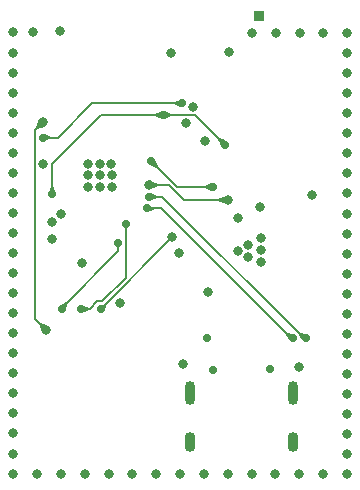
<source format=gbl>
%TF.GenerationSoftware,KiCad,Pcbnew,7.0.2-6a45011f42~172~ubuntu22.04.1*%
%TF.CreationDate,2023-05-14T19:46:31+02:00*%
%TF.ProjectId,PowerMeter,506f7765-724d-4657-9465-722e6b696361,rev?*%
%TF.SameCoordinates,Original*%
%TF.FileFunction,Copper,L4,Bot*%
%TF.FilePolarity,Positive*%
%FSLAX46Y46*%
G04 Gerber Fmt 4.6, Leading zero omitted, Abs format (unit mm)*
G04 Created by KiCad (PCBNEW 7.0.2-6a45011f42~172~ubuntu22.04.1) date 2023-05-14 19:46:31*
%MOMM*%
%LPD*%
G01*
G04 APERTURE LIST*
%TA.AperFunction,ComponentPad*%
%ADD10R,0.880000X0.880000*%
%TD*%
%TA.AperFunction,ComponentPad*%
%ADD11O,0.900000X2.000000*%
%TD*%
%TA.AperFunction,ComponentPad*%
%ADD12O,0.900000X1.700000*%
%TD*%
%TA.AperFunction,ViaPad*%
%ADD13C,0.800000*%
%TD*%
%TA.AperFunction,ViaPad*%
%ADD14C,0.700000*%
%TD*%
%TA.AperFunction,Conductor*%
%ADD15C,0.150000*%
%TD*%
%TA.AperFunction,Conductor*%
%ADD16C,0.200000*%
%TD*%
G04 APERTURE END LIST*
D10*
%TO.P,AE1,2*%
%TO.N,GND*%
X91670000Y-75740000D03*
%TD*%
D11*
%TO.P,J2,S1,SHIELD*%
%TO.N,unconnected-(J2-SHIELD-PadS1)*%
X85900000Y-107595000D03*
D12*
X85900000Y-111765000D03*
D11*
X94540000Y-107595000D03*
D12*
X94540000Y-111765000D03*
%TD*%
D13*
%TO.N,+3V3*%
X76750000Y-96600000D03*
%TO.N,Net-(D2-RK)*%
X84350000Y-94450000D03*
D14*
%TO.N,/CHIP_EN*%
X85200000Y-83100000D03*
X73400000Y-86000000D03*
%TO.N,/CHIP_BOOT*%
X83600000Y-84100000D03*
X74200000Y-90800000D03*
X88800000Y-86600000D03*
D13*
%TO.N,GND*%
X99150000Y-97522724D03*
X99150000Y-109406813D03*
X78250000Y-90150000D03*
X79220000Y-89200000D03*
X99150000Y-83940908D03*
X70900000Y-82193181D03*
X93096427Y-114450000D03*
X95114284Y-114450000D03*
X99150000Y-82243181D03*
X70900000Y-87286362D03*
X74950000Y-92450000D03*
X70900000Y-88984089D03*
X74935714Y-114450000D03*
X79950000Y-100000000D03*
X74150000Y-93150000D03*
X99150000Y-112802267D03*
X99150000Y-100918178D03*
X97132141Y-114450000D03*
X99150000Y-102615905D03*
X70900000Y-109356813D03*
X70900000Y-77100000D03*
X99150000Y-104313632D03*
X70900000Y-112752267D03*
X70900000Y-104263632D03*
X99150000Y-89034089D03*
X91096429Y-77150000D03*
X95050000Y-105400000D03*
X93114286Y-77150000D03*
X99150000Y-87336362D03*
X99150000Y-85638635D03*
X70900000Y-94077270D03*
X87042856Y-114450000D03*
X77220000Y-89200000D03*
X99150000Y-92429543D03*
X86091967Y-83425500D03*
X77200000Y-88200000D03*
X95132143Y-77150000D03*
X99150000Y-90731816D03*
X99150000Y-114450000D03*
X99150000Y-99220451D03*
X70900000Y-83890908D03*
X99150000Y-107709086D03*
X78220000Y-89200000D03*
X74200000Y-94550000D03*
X99150000Y-94127270D03*
X70900000Y-95774997D03*
X70900000Y-78797727D03*
X79250000Y-90150000D03*
X85024999Y-114450000D03*
X99150000Y-95824997D03*
X70900000Y-80495454D03*
X70900000Y-92379543D03*
X79200000Y-88200000D03*
X91800000Y-91850000D03*
X70900000Y-90681816D03*
X78200000Y-88200000D03*
X70900000Y-97472724D03*
X91078570Y-114450000D03*
X77250000Y-90150000D03*
X70900000Y-85588635D03*
X76953571Y-114450000D03*
X99150000Y-106011359D03*
X85250000Y-105200000D03*
X70900000Y-114450000D03*
X87100000Y-86300000D03*
X83007142Y-114450000D03*
X70900000Y-99170451D03*
X97150000Y-77150000D03*
X99150000Y-77150000D03*
X99150000Y-80545454D03*
X70900000Y-105961359D03*
X80989285Y-114450000D03*
X99150000Y-78847727D03*
X78971428Y-114450000D03*
X72550000Y-77100000D03*
X70900000Y-111054540D03*
X89900000Y-92850000D03*
X72917857Y-114450000D03*
X99150000Y-111104540D03*
X70900000Y-100868178D03*
X89060713Y-114450000D03*
X70900000Y-102565905D03*
X70900000Y-107659086D03*
D14*
%TO.N,+5VA*%
X87800000Y-105700000D03*
X87300000Y-103000000D03*
D13*
X87400000Y-99100000D03*
D14*
X92600000Y-105600000D03*
%TO.N,/XTAL_P*%
X87800000Y-90200000D03*
X82600000Y-88000000D03*
D13*
%TO.N,+3V3*%
X91900000Y-95500000D03*
X91900000Y-94500000D03*
X84950000Y-95800000D03*
X89200000Y-78750000D03*
X89900000Y-95600000D03*
X73449500Y-88200000D03*
X84250000Y-78800000D03*
X90800000Y-95100000D03*
X85500000Y-84800000D03*
X91900000Y-96500000D03*
X74850000Y-77000000D03*
X90800000Y-96100000D03*
X96200000Y-90900000D03*
%TO.N,/BLE_MODE*%
X82352012Y-89998123D03*
X89050000Y-91300000D03*
D14*
%TO.N,Net-(D2-GK)*%
X80400000Y-93350000D03*
X76600000Y-100500000D03*
%TO.N,Net-(D2-BK)*%
X79775500Y-94919011D03*
X75000000Y-100550000D03*
%TO.N,Net-(D2-RK)*%
X78300000Y-100500000D03*
%TO.N,/USB_D-_ESP*%
X94608411Y-102991589D03*
X82200000Y-92000000D03*
%TO.N,/USB_D+_ESP*%
X95700000Y-103000000D03*
X82400000Y-91000000D03*
D13*
%TO.N,/CURRENT_SENSE*%
X73400000Y-84700000D03*
X73700000Y-102300000D03*
%TD*%
D15*
%TO.N,Net-(D2-GK)*%
X78425000Y-99875000D02*
X78025000Y-99875000D01*
X80400000Y-93350000D02*
X80400000Y-97900000D01*
X80400000Y-97900000D02*
X78425000Y-99875000D01*
X78025000Y-99875000D02*
X77400000Y-100500000D01*
X77400000Y-100500000D02*
X76600000Y-100500000D01*
%TO.N,Net-(D2-RK)*%
X84350000Y-94450000D02*
X78300000Y-100500000D01*
%TO.N,/CHIP_EN*%
X77600000Y-83100000D02*
X85200000Y-83100000D01*
X73400000Y-86000000D02*
X74700000Y-86000000D01*
X74700000Y-86000000D02*
X77600000Y-83100000D01*
%TO.N,/CHIP_BOOT*%
X74200000Y-88200000D02*
X78300000Y-84100000D01*
X78300000Y-84100000D02*
X83600000Y-84100000D01*
X86300000Y-84100000D02*
X83600000Y-84100000D01*
X74200000Y-90800000D02*
X74200000Y-88200000D01*
X88800000Y-86600000D02*
X86300000Y-84100000D01*
D16*
%TO.N,/XTAL_P*%
X87800000Y-90200000D02*
X84800000Y-90200000D01*
X84800000Y-90200000D02*
X82600000Y-88000000D01*
D15*
%TO.N,/BLE_MODE*%
X84067793Y-89998123D02*
X85369670Y-91300000D01*
X82352012Y-89998123D02*
X84067793Y-89998123D01*
X85369670Y-91300000D02*
X89050000Y-91300000D01*
%TO.N,Net-(D2-BK)*%
X79775500Y-94919011D02*
X79775500Y-95624500D01*
X75000000Y-100400000D02*
X75000000Y-100550000D01*
X79775500Y-95624500D02*
X75000000Y-100400000D01*
%TO.N,/USB_D-_ESP*%
X94608411Y-102991589D02*
X94391589Y-102991589D01*
X83400000Y-92000000D02*
X82200000Y-92000000D01*
X94391589Y-102991589D02*
X83400000Y-92000000D01*
%TO.N,/USB_D+_ESP*%
X95500000Y-103000000D02*
X83500000Y-91000000D01*
X95700000Y-103000000D02*
X95500000Y-103000000D01*
X83500000Y-91000000D02*
X82400000Y-91000000D01*
%TO.N,/CURRENT_SENSE*%
X72775000Y-85325000D02*
X72775000Y-101375000D01*
X73400000Y-84700000D02*
X72775000Y-85325000D01*
X72775000Y-101375000D02*
X73700000Y-102300000D01*
%TD*%
%TA.AperFunction,Conductor*%
%TO.N,/CURRENT_SENSE*%
G36*
X73194394Y-101683919D02*
G01*
X73775765Y-101901513D01*
X73841755Y-101926212D01*
X73848302Y-101932322D01*
X73848612Y-101941271D01*
X73848474Y-101941622D01*
X73702563Y-102296195D01*
X73696245Y-102302542D01*
X73696195Y-102302563D01*
X73341622Y-102448474D01*
X73332668Y-102448453D01*
X73326350Y-102442106D01*
X73326212Y-102441755D01*
X73139023Y-101941622D01*
X73083920Y-101794396D01*
X73084230Y-101785449D01*
X73086602Y-101782027D01*
X73182025Y-101686604D01*
X73190297Y-101683178D01*
X73194394Y-101683919D01*
G37*
%TD.AperFunction*%
%TD*%
%TA.AperFunction,Conductor*%
%TO.N,/BLE_MODE*%
G36*
X82515736Y-89633427D02*
G01*
X82516079Y-89633577D01*
X82529580Y-89639724D01*
X83145160Y-89920003D01*
X83151270Y-89926550D01*
X83152012Y-89930651D01*
X83152012Y-90065594D01*
X83148585Y-90073867D01*
X83145160Y-90076242D01*
X82516082Y-90362667D01*
X82507133Y-90362977D01*
X82500586Y-90356867D01*
X82500435Y-90356521D01*
X82383581Y-90076242D01*
X82352887Y-90002622D01*
X82352867Y-89993673D01*
X82500435Y-89639723D01*
X82506782Y-89633406D01*
X82515736Y-89633427D01*
G37*
%TD.AperFunction*%
%TD*%
%TA.AperFunction,Conductor*%
%TO.N,Net-(D2-RK)*%
G36*
X78748054Y-99958106D02*
G01*
X78842602Y-100052654D01*
X78846029Y-100060927D01*
X78845229Y-100065179D01*
X78627687Y-100622839D01*
X78621488Y-100629301D01*
X78612535Y-100629487D01*
X78612338Y-100629408D01*
X78303808Y-100502563D01*
X78297460Y-100496249D01*
X78170591Y-100187660D01*
X78170614Y-100178706D01*
X78176963Y-100172391D01*
X78177131Y-100172323D01*
X78231024Y-100151299D01*
X78235276Y-100150500D01*
X78396716Y-100150500D01*
X78398999Y-100150725D01*
X78425000Y-100155897D01*
X78452132Y-100150500D01*
X78452133Y-100150500D01*
X78532495Y-100134515D01*
X78574465Y-100106471D01*
X78600622Y-100088994D01*
X78600622Y-100088993D01*
X78601883Y-100088151D01*
X78601889Y-100088145D01*
X78623624Y-100073624D01*
X78638357Y-100051574D01*
X78639803Y-100049812D01*
X78731511Y-99958104D01*
X78739781Y-99954679D01*
X78748054Y-99958106D01*
G37*
%TD.AperFunction*%
%TD*%
%TA.AperFunction,Conductor*%
%TO.N,Net-(D2-BK)*%
G36*
X75358413Y-99948301D02*
G01*
X75453600Y-100043488D01*
X75457027Y-100051761D01*
X75456773Y-100054186D01*
X75326267Y-100670204D01*
X75321200Y-100677587D01*
X75312396Y-100679225D01*
X75310372Y-100678600D01*
X75003808Y-100552563D01*
X74997460Y-100546249D01*
X74869927Y-100236045D01*
X74869950Y-100227091D01*
X74874832Y-100221502D01*
X75344227Y-99946478D01*
X75353096Y-99945254D01*
X75358413Y-99948301D01*
G37*
%TD.AperFunction*%
%TD*%
%TA.AperFunction,Conductor*%
%TO.N,/USB_D+_ESP*%
G36*
X82544654Y-90681345D02*
G01*
X82544849Y-90681429D01*
X83093001Y-90921929D01*
X83099200Y-90928391D01*
X83100000Y-90932643D01*
X83100000Y-91067356D01*
X83096573Y-91075629D01*
X83093001Y-91078070D01*
X82544849Y-91318570D01*
X82535896Y-91318756D01*
X82529434Y-91312557D01*
X82529350Y-91312362D01*
X82400880Y-91004506D01*
X82400857Y-90995551D01*
X82400880Y-90995494D01*
X82427108Y-90932643D01*
X82529351Y-90687635D01*
X82535699Y-90681322D01*
X82544654Y-90681345D01*
G37*
%TD.AperFunction*%
%TD*%
%TA.AperFunction,Conductor*%
%TO.N,/CHIP_BOOT*%
G36*
X88365176Y-86054769D02*
G01*
X88848340Y-86243250D01*
X88922839Y-86272312D01*
X88929301Y-86278511D01*
X88929487Y-86287464D01*
X88929408Y-86287661D01*
X88802563Y-86596191D01*
X88796248Y-86602540D01*
X88796191Y-86602563D01*
X88487661Y-86729408D01*
X88478706Y-86729385D01*
X88472391Y-86723036D01*
X88472312Y-86722839D01*
X88298981Y-86278511D01*
X88254770Y-86165177D01*
X88254956Y-86156226D01*
X88257394Y-86152657D01*
X88352655Y-86057396D01*
X88360927Y-86053970D01*
X88365176Y-86054769D01*
G37*
%TD.AperFunction*%
%TD*%
%TA.AperFunction,Conductor*%
%TO.N,/USB_D-_ESP*%
G36*
X94091681Y-102580650D02*
G01*
X94598101Y-102640373D01*
X94605916Y-102644745D01*
X94608431Y-102651968D01*
X94609108Y-102987416D01*
X94605698Y-102995696D01*
X94605657Y-102995737D01*
X94370859Y-103229196D01*
X94362577Y-103232599D01*
X94354313Y-103229148D01*
X94352975Y-103227536D01*
X94326357Y-103188894D01*
X93985511Y-102694073D01*
X93983641Y-102685318D01*
X93986872Y-102679167D01*
X94082043Y-102583996D01*
X94090315Y-102580570D01*
X94091681Y-102580650D01*
G37*
%TD.AperFunction*%
%TD*%
%TA.AperFunction,Conductor*%
%TO.N,/CHIP_EN*%
G36*
X73544654Y-85681345D02*
G01*
X73544849Y-85681429D01*
X74093001Y-85921929D01*
X74099200Y-85928391D01*
X74100000Y-85932643D01*
X74100000Y-86067356D01*
X74096573Y-86075629D01*
X74093001Y-86078070D01*
X73544849Y-86318570D01*
X73535896Y-86318756D01*
X73529434Y-86312557D01*
X73529350Y-86312362D01*
X73400880Y-86004506D01*
X73400857Y-85995551D01*
X73400880Y-85995494D01*
X73427108Y-85932643D01*
X73529351Y-85687635D01*
X73535699Y-85681322D01*
X73544654Y-85681345D01*
G37*
%TD.AperFunction*%
%TD*%
%TA.AperFunction,Conductor*%
%TO.N,/XTAL_P*%
G36*
X82921701Y-87870446D02*
G01*
X82927927Y-87876585D01*
X83162514Y-88416960D01*
X83162665Y-88425913D01*
X83160055Y-88429892D01*
X83029892Y-88560055D01*
X83021619Y-88563482D01*
X83016960Y-88562514D01*
X82659037Y-88407132D01*
X82476584Y-88327926D01*
X82470361Y-88321489D01*
X82470422Y-88312748D01*
X82597437Y-88003806D01*
X82603748Y-87997461D01*
X82912748Y-87870423D01*
X82921701Y-87870446D01*
G37*
%TD.AperFunction*%
%TD*%
%TA.AperFunction,Conductor*%
%TO.N,/CHIP_EN*%
G36*
X85070565Y-82787442D02*
G01*
X85070649Y-82787637D01*
X85199119Y-83095494D01*
X85199142Y-83104449D01*
X85199119Y-83104506D01*
X85070649Y-83412362D01*
X85064300Y-83418677D01*
X85055345Y-83418654D01*
X85055150Y-83418570D01*
X84506999Y-83178070D01*
X84500800Y-83171608D01*
X84500000Y-83167356D01*
X84500000Y-83032643D01*
X84503427Y-83024370D01*
X84506999Y-83021929D01*
X85055150Y-82781429D01*
X85064103Y-82781243D01*
X85070565Y-82787442D01*
G37*
%TD.AperFunction*%
%TD*%
%TA.AperFunction,Conductor*%
%TO.N,/CURRENT_SENSE*%
G36*
X73041609Y-84551519D02*
G01*
X73396195Y-84697436D01*
X73402542Y-84703754D01*
X73402563Y-84703804D01*
X73548474Y-85058377D01*
X73548453Y-85067331D01*
X73542106Y-85073649D01*
X73541755Y-85073787D01*
X72894398Y-85316079D01*
X72885449Y-85315769D01*
X72882024Y-85313394D01*
X72786605Y-85217975D01*
X72783178Y-85209702D01*
X72783919Y-85205606D01*
X73026212Y-84558243D01*
X73032322Y-84551697D01*
X73041271Y-84551387D01*
X73041609Y-84551519D01*
G37*
%TD.AperFunction*%
%TD*%
%TA.AperFunction,Conductor*%
%TO.N,/CHIP_BOOT*%
G36*
X83744654Y-83781345D02*
G01*
X83744849Y-83781429D01*
X84293001Y-84021929D01*
X84299200Y-84028391D01*
X84300000Y-84032643D01*
X84300000Y-84167356D01*
X84296573Y-84175629D01*
X84293001Y-84178070D01*
X83744849Y-84418570D01*
X83735896Y-84418756D01*
X83729434Y-84412557D01*
X83729350Y-84412362D01*
X83600880Y-84104506D01*
X83600857Y-84095551D01*
X83600880Y-84095494D01*
X83627108Y-84032643D01*
X83729351Y-83787635D01*
X83735699Y-83781322D01*
X83744654Y-83781345D01*
G37*
%TD.AperFunction*%
%TD*%
%TA.AperFunction,Conductor*%
%TO.N,/BLE_MODE*%
G36*
X88901425Y-90941255D02*
G01*
X88901576Y-90941601D01*
X89049123Y-91295497D01*
X89049144Y-91304451D01*
X89049123Y-91304501D01*
X88901576Y-91658398D01*
X88895229Y-91664716D01*
X88886275Y-91664695D01*
X88885929Y-91664544D01*
X88256852Y-91378119D01*
X88250742Y-91371572D01*
X88250000Y-91367471D01*
X88250000Y-91232528D01*
X88253427Y-91224255D01*
X88256852Y-91221880D01*
X88885930Y-90935454D01*
X88894878Y-90935145D01*
X88901425Y-90941255D01*
G37*
%TD.AperFunction*%
%TD*%
%TA.AperFunction,Conductor*%
%TO.N,/CHIP_BOOT*%
G36*
X74275630Y-90103427D02*
G01*
X74278071Y-90106999D01*
X74518570Y-90655150D01*
X74518756Y-90664103D01*
X74512557Y-90670565D01*
X74512362Y-90670649D01*
X74204506Y-90799119D01*
X74195551Y-90799142D01*
X74195494Y-90799119D01*
X73887637Y-90670649D01*
X73881322Y-90664300D01*
X73881345Y-90655345D01*
X73881429Y-90655150D01*
X74121929Y-90106999D01*
X74128391Y-90100800D01*
X74132643Y-90100000D01*
X74267357Y-90100000D01*
X74275630Y-90103427D01*
G37*
%TD.AperFunction*%
%TD*%
%TA.AperFunction,Conductor*%
%TO.N,/USB_D-_ESP*%
G36*
X82344654Y-91681345D02*
G01*
X82344849Y-91681429D01*
X82893001Y-91921929D01*
X82899200Y-91928391D01*
X82900000Y-91932643D01*
X82900000Y-92067356D01*
X82896573Y-92075629D01*
X82893001Y-92078070D01*
X82344849Y-92318570D01*
X82335896Y-92318756D01*
X82329434Y-92312557D01*
X82329350Y-92312362D01*
X82200880Y-92004505D01*
X82200857Y-91995550D01*
X82200856Y-91995550D01*
X82329351Y-91687635D01*
X82335699Y-91681322D01*
X82344654Y-91681345D01*
G37*
%TD.AperFunction*%
%TD*%
%TA.AperFunction,Conductor*%
%TO.N,Net-(D2-GK)*%
G36*
X76744654Y-100181345D02*
G01*
X76744849Y-100181429D01*
X77293001Y-100421929D01*
X77299200Y-100428391D01*
X77300000Y-100432643D01*
X77300000Y-100567356D01*
X77296573Y-100575629D01*
X77293001Y-100578070D01*
X76744849Y-100818570D01*
X76735896Y-100818756D01*
X76729434Y-100812557D01*
X76729350Y-100812362D01*
X76600880Y-100504506D01*
X76600857Y-100495551D01*
X76600880Y-100495494D01*
X76627108Y-100432643D01*
X76729351Y-100187635D01*
X76735699Y-100181322D01*
X76744654Y-100181345D01*
G37*
%TD.AperFunction*%
%TD*%
%TA.AperFunction,Conductor*%
%TO.N,/USB_D+_ESP*%
G36*
X95186235Y-102575211D02*
G01*
X95690005Y-102648545D01*
X95697699Y-102653128D01*
X95700020Y-102660099D01*
X95700691Y-102992849D01*
X95697281Y-103001129D01*
X95693440Y-103003694D01*
X95385509Y-103130293D01*
X95376554Y-103130270D01*
X95371324Y-103125961D01*
X95079684Y-102688411D01*
X95077948Y-102679628D01*
X95081146Y-102673653D01*
X95176283Y-102578516D01*
X95184555Y-102575090D01*
X95186235Y-102575211D01*
G37*
%TD.AperFunction*%
%TD*%
%TA.AperFunction,Conductor*%
%TO.N,/XTAL_P*%
G36*
X87664340Y-89881004D02*
G01*
X87670479Y-89887230D01*
X87799119Y-90195493D01*
X87799142Y-90204448D01*
X87799119Y-90204505D01*
X87670479Y-90512769D01*
X87664130Y-90519084D01*
X87655387Y-90519146D01*
X87107406Y-90302922D01*
X87100968Y-90296698D01*
X87100000Y-90292039D01*
X87100000Y-90107960D01*
X87103427Y-90099687D01*
X87107403Y-90097078D01*
X87655388Y-89880853D01*
X87664340Y-89881004D01*
G37*
%TD.AperFunction*%
%TD*%
%TA.AperFunction,Conductor*%
%TO.N,/CHIP_BOOT*%
G36*
X83470565Y-83787442D02*
G01*
X83470649Y-83787637D01*
X83599119Y-84095494D01*
X83599142Y-84104449D01*
X83599119Y-84104506D01*
X83470649Y-84412362D01*
X83464300Y-84418677D01*
X83455345Y-84418654D01*
X83455150Y-84418570D01*
X82906999Y-84178070D01*
X82900800Y-84171608D01*
X82900000Y-84167356D01*
X82900000Y-84032643D01*
X82903427Y-84024370D01*
X82906999Y-84021929D01*
X83455150Y-83781429D01*
X83464103Y-83781243D01*
X83470565Y-83787442D01*
G37*
%TD.AperFunction*%
%TD*%
M02*

</source>
